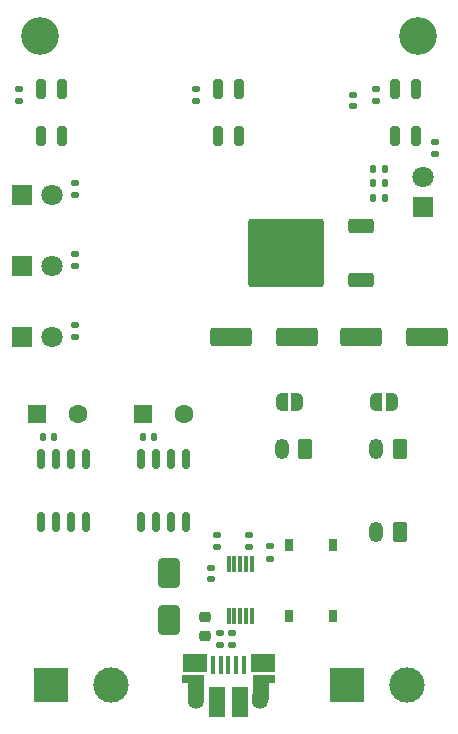
<source format=gbr>
%TF.GenerationSoftware,KiCad,Pcbnew,7.0.6*%
%TF.CreationDate,2025-04-22T02:23:43+09:00*%
%TF.ProjectId,Moving_V4_ESP,4d6f7669-6e67-45f5-9634-5f4553502e6b,rev?*%
%TF.SameCoordinates,Original*%
%TF.FileFunction,Soldermask,Top*%
%TF.FilePolarity,Negative*%
%FSLAX46Y46*%
G04 Gerber Fmt 4.6, Leading zero omitted, Abs format (unit mm)*
G04 Created by KiCad (PCBNEW 7.0.6) date 2025-04-22 02:23:43*
%MOMM*%
%LPD*%
G01*
G04 APERTURE LIST*
G04 Aperture macros list*
%AMRoundRect*
0 Rectangle with rounded corners*
0 $1 Rounding radius*
0 $2 $3 $4 $5 $6 $7 $8 $9 X,Y pos of 4 corners*
0 Add a 4 corners polygon primitive as box body*
4,1,4,$2,$3,$4,$5,$6,$7,$8,$9,$2,$3,0*
0 Add four circle primitives for the rounded corners*
1,1,$1+$1,$2,$3*
1,1,$1+$1,$4,$5*
1,1,$1+$1,$6,$7*
1,1,$1+$1,$8,$9*
0 Add four rect primitives between the rounded corners*
20,1,$1+$1,$2,$3,$4,$5,0*
20,1,$1+$1,$4,$5,$6,$7,0*
20,1,$1+$1,$6,$7,$8,$9,0*
20,1,$1+$1,$8,$9,$2,$3,0*%
%AMFreePoly0*
4,1,19,0.500000,-0.750000,0.000000,-0.750000,0.000000,-0.744911,-0.071157,-0.744911,-0.207708,-0.704816,-0.327430,-0.627875,-0.420627,-0.520320,-0.479746,-0.390866,-0.500000,-0.250000,-0.500000,0.250000,-0.479746,0.390866,-0.420627,0.520320,-0.327430,0.627875,-0.207708,0.704816,-0.071157,0.744911,0.000000,0.744911,0.000000,0.750000,0.500000,0.750000,0.500000,-0.750000,0.500000,-0.750000,
$1*%
%AMFreePoly1*
4,1,19,0.000000,0.744911,0.071157,0.744911,0.207708,0.704816,0.327430,0.627875,0.420627,0.520320,0.479746,0.390866,0.500000,0.250000,0.500000,-0.250000,0.479746,-0.390866,0.420627,-0.520320,0.327430,-0.627875,0.207708,-0.704816,0.071157,-0.744911,0.000000,-0.744911,0.000000,-0.750000,-0.500000,-0.750000,-0.500000,0.750000,0.000000,0.750000,0.000000,0.744911,0.000000,0.744911,
$1*%
G04 Aperture macros list end*
%ADD10RoundRect,0.250000X0.850000X0.350000X-0.850000X0.350000X-0.850000X-0.350000X0.850000X-0.350000X0*%
%ADD11RoundRect,0.249997X2.950003X2.650003X-2.950003X2.650003X-2.950003X-2.650003X2.950003X-2.650003X0*%
%ADD12RoundRect,0.135000X-0.185000X0.135000X-0.185000X-0.135000X0.185000X-0.135000X0.185000X0.135000X0*%
%ADD13RoundRect,0.197500X-0.197500X-0.632500X0.197500X-0.632500X0.197500X0.632500X-0.197500X0.632500X0*%
%ADD14RoundRect,0.150000X-0.150000X0.675000X-0.150000X-0.675000X0.150000X-0.675000X0.150000X0.675000X0*%
%ADD15RoundRect,0.135000X-0.135000X-0.185000X0.135000X-0.185000X0.135000X0.185000X-0.135000X0.185000X0*%
%ADD16RoundRect,0.250000X-0.650000X1.000000X-0.650000X-1.000000X0.650000X-1.000000X0.650000X1.000000X0*%
%ADD17RoundRect,0.140000X-0.140000X-0.170000X0.140000X-0.170000X0.140000X0.170000X-0.140000X0.170000X0*%
%ADD18RoundRect,0.250000X1.500000X0.550000X-1.500000X0.550000X-1.500000X-0.550000X1.500000X-0.550000X0*%
%ADD19RoundRect,0.135000X0.185000X-0.135000X0.185000X0.135000X-0.185000X0.135000X-0.185000X-0.135000X0*%
%ADD20R,0.300000X1.400000*%
%ADD21R,0.750000X1.000000*%
%ADD22FreePoly0,180.000000*%
%ADD23FreePoly1,180.000000*%
%ADD24RoundRect,0.140000X0.170000X-0.140000X0.170000X0.140000X-0.170000X0.140000X-0.170000X-0.140000X0*%
%ADD25C,3.200000*%
%ADD26R,0.400000X1.650000*%
%ADD27R,1.825000X0.700000*%
%ADD28R,2.000000X1.500000*%
%ADD29R,1.350000X2.000000*%
%ADD30O,1.350000X1.700000*%
%ADD31O,1.100000X1.500000*%
%ADD32R,1.430000X2.500000*%
%ADD33RoundRect,0.140000X-0.170000X0.140000X-0.170000X-0.140000X0.170000X-0.140000X0.170000X0.140000X0*%
%ADD34RoundRect,0.250000X-1.500000X-0.550000X1.500000X-0.550000X1.500000X0.550000X-1.500000X0.550000X0*%
%ADD35RoundRect,0.218750X0.256250X-0.218750X0.256250X0.218750X-0.256250X0.218750X-0.256250X-0.218750X0*%
%ADD36R,1.600000X1.600000*%
%ADD37C,1.600000*%
%ADD38R,1.800000X1.800000*%
%ADD39C,1.800000*%
%ADD40RoundRect,0.250000X0.350000X0.625000X-0.350000X0.625000X-0.350000X-0.625000X0.350000X-0.625000X0*%
%ADD41O,1.200000X1.750000*%
%ADD42R,3.000000X3.000000*%
%ADD43C,3.000000*%
G04 APERTURE END LIST*
D10*
%TO.C,U2*%
X130200000Y-123700000D03*
D11*
X123900000Y-121420000D03*
D10*
X130200000Y-119140000D03*
%TD*%
D12*
%TO.C,R3*%
X106000000Y-127480000D03*
X106000000Y-128500000D03*
%TD*%
D13*
%TO.C,U6*%
X133100000Y-111500000D03*
X133100000Y-107500000D03*
X134900000Y-111500000D03*
X134900000Y-107500000D03*
%TD*%
D12*
%TO.C,R15*%
X118000000Y-145290000D03*
X118000000Y-146310000D03*
%TD*%
D14*
%TO.C,U7*%
X115405000Y-138875000D03*
X114135000Y-138875000D03*
X112865000Y-138875000D03*
X111595000Y-138875000D03*
X111595000Y-144125000D03*
X112865000Y-144125000D03*
X114135000Y-144125000D03*
X115405000Y-144125000D03*
%TD*%
D15*
%TO.C,R9*%
X131190000Y-116750000D03*
X132210000Y-116750000D03*
%TD*%
D16*
%TO.C,D5*%
X114000000Y-148500000D03*
X114000000Y-152500000D03*
%TD*%
D17*
%TO.C,C7*%
X111770000Y-137000000D03*
X112730000Y-137000000D03*
%TD*%
D14*
%TO.C,U8*%
X106905000Y-138875000D03*
X105635000Y-138875000D03*
X104365000Y-138875000D03*
X103095000Y-138875000D03*
X103095000Y-144125000D03*
X104365000Y-144125000D03*
X105635000Y-144125000D03*
X106905000Y-144125000D03*
%TD*%
D18*
%TO.C,C2*%
X135800000Y-128500000D03*
X130200000Y-128500000D03*
%TD*%
D19*
%TO.C,R14*%
X120750000Y-146260000D03*
X120750000Y-145240000D03*
%TD*%
D20*
%TO.C,U1*%
X119000000Y-152100000D03*
X119500000Y-152100000D03*
X120000000Y-152100000D03*
X120500000Y-152100000D03*
X121000000Y-152100000D03*
X121000000Y-147700000D03*
X120500000Y-147700000D03*
X120000000Y-147700000D03*
X119500000Y-147700000D03*
X119000000Y-147700000D03*
%TD*%
D17*
%TO.C,C8*%
X103270000Y-137000000D03*
X104230000Y-137000000D03*
%TD*%
D12*
%TO.C,R8*%
X131500000Y-107500000D03*
X131500000Y-108520000D03*
%TD*%
D21*
%TO.C,SW1*%
X124125000Y-152100000D03*
X124125000Y-146100000D03*
X127875000Y-152100000D03*
X127875000Y-146100000D03*
%TD*%
D22*
%TO.C,JP1*%
X132800000Y-134000000D03*
D23*
X131500000Y-134000000D03*
%TD*%
D12*
%TO.C,R4*%
X106000000Y-121480000D03*
X106000000Y-122500000D03*
%TD*%
D24*
%TO.C,C4*%
X129500000Y-108980000D03*
X129500000Y-108020000D03*
%TD*%
D25*
%TO.C,REF\u002A\u002A*%
X103000000Y-103000000D03*
%TD*%
D15*
%TO.C,R11*%
X131240000Y-115500000D03*
X132260000Y-115500000D03*
%TD*%
D12*
%TO.C,R1*%
X122500000Y-146240000D03*
X122500000Y-147260000D03*
%TD*%
D22*
%TO.C,JP2*%
X124800000Y-134000000D03*
D23*
X123500000Y-134000000D03*
%TD*%
D12*
%TO.C,R7*%
X116250000Y-107500000D03*
X116250000Y-108520000D03*
%TD*%
D13*
%TO.C,U5*%
X118100000Y-111500000D03*
X118100000Y-107500000D03*
X119900000Y-111500000D03*
X119900000Y-107500000D03*
%TD*%
D26*
%TO.C,J4*%
X117675000Y-156235000D03*
X118325000Y-156235000D03*
X118975000Y-156235000D03*
X119625000Y-156235000D03*
X120275000Y-156235000D03*
D27*
X116025000Y-157435000D03*
D28*
X116125000Y-156135000D03*
D29*
X116245000Y-158185000D03*
D30*
X116245000Y-159115000D03*
D31*
X116555000Y-156115000D03*
D32*
X118015000Y-159385000D03*
X119935000Y-159385000D03*
D31*
X121395000Y-156115000D03*
D30*
X121705000Y-159115000D03*
D29*
X121725000Y-158185000D03*
D28*
X121875000Y-156115000D03*
D27*
X121975000Y-157435000D03*
%TD*%
D13*
%TO.C,U4*%
X103100000Y-111500000D03*
X103100000Y-107500000D03*
X104900000Y-111500000D03*
X104900000Y-107500000D03*
%TD*%
D12*
%TO.C,R2*%
X136500000Y-111990000D03*
X136500000Y-113010000D03*
%TD*%
D15*
%TO.C,R10*%
X131240000Y-114250000D03*
X132260000Y-114250000D03*
%TD*%
D12*
%TO.C,R5*%
X106000000Y-115480000D03*
X106000000Y-116500000D03*
%TD*%
%TO.C,R6*%
X101250000Y-107500000D03*
X101250000Y-108520000D03*
%TD*%
D33*
%TO.C,C1*%
X117500000Y-148020000D03*
X117500000Y-148980000D03*
%TD*%
D34*
%TO.C,C3*%
X119200000Y-128500000D03*
X124800000Y-128500000D03*
%TD*%
D35*
%TO.C,F1*%
X117000000Y-153787500D03*
X117000000Y-152212500D03*
%TD*%
D19*
%TO.C,R12*%
X119300000Y-154610000D03*
X119300000Y-153590000D03*
%TD*%
%TO.C,R13*%
X118300000Y-154610000D03*
X118300000Y-153590000D03*
%TD*%
D25*
%TO.C,REF\u002A\u002A*%
X135000000Y-103000000D03*
%TD*%
D36*
%TO.C,C5*%
X111750000Y-135000000D03*
D37*
X115250000Y-135000000D03*
%TD*%
D38*
%TO.C,D2*%
X101475000Y-128500000D03*
D39*
X104015000Y-128500000D03*
%TD*%
D36*
%TO.C,C6*%
X102750000Y-135000000D03*
D37*
X106250000Y-135000000D03*
%TD*%
D40*
%TO.C,J1*%
X133500000Y-145000000D03*
D41*
X131500000Y-145000000D03*
%TD*%
D40*
%TO.C,J2*%
X133500000Y-138000000D03*
D41*
X131500000Y-138000000D03*
%TD*%
D38*
%TO.C,D4*%
X101475000Y-116500000D03*
D39*
X104015000Y-116500000D03*
%TD*%
D38*
%TO.C,D1*%
X135500000Y-117500000D03*
D39*
X135500000Y-114960000D03*
%TD*%
D42*
%TO.C,J6*%
X129000000Y-158000000D03*
D43*
X134080000Y-158000000D03*
%TD*%
D38*
%TO.C,D3*%
X101475000Y-122500000D03*
D39*
X104015000Y-122500000D03*
%TD*%
D40*
%TO.C,J3*%
X125500000Y-138000000D03*
D41*
X123500000Y-138000000D03*
%TD*%
D42*
%TO.C,J5*%
X104000000Y-158000000D03*
D43*
X109080000Y-158000000D03*
%TD*%
M02*

</source>
